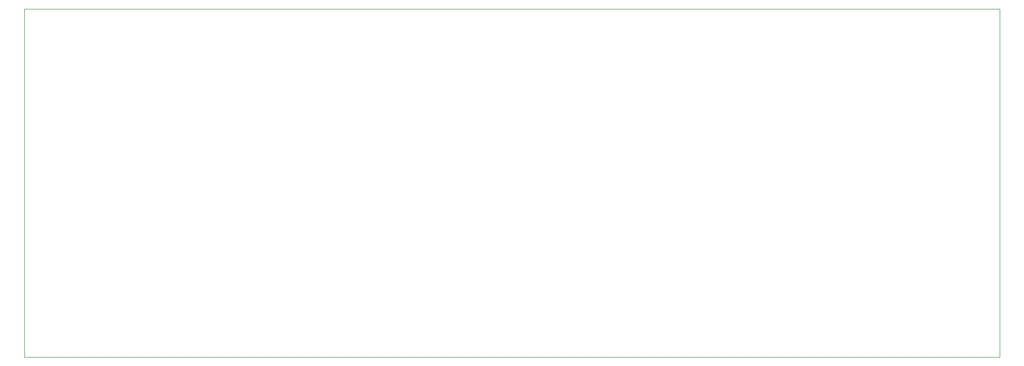
<source format=gbr>
%TF.GenerationSoftware,KiCad,Pcbnew,7.0.5*%
%TF.CreationDate,2023-12-24T17:16:59+05:30*%
%TF.ProjectId,TSALv3,5453414c-7633-42e6-9b69-6361645f7063,rev?*%
%TF.SameCoordinates,Original*%
%TF.FileFunction,Profile,NP*%
%FSLAX46Y46*%
G04 Gerber Fmt 4.6, Leading zero omitted, Abs format (unit mm)*
G04 Created by KiCad (PCBNEW 7.0.5) date 2023-12-24 17:16:59*
%MOMM*%
%LPD*%
G01*
G04 APERTURE LIST*
%TA.AperFunction,Profile*%
%ADD10C,0.050000*%
%TD*%
G04 APERTURE END LIST*
D10*
X60477400Y-29413200D02*
X226872800Y-29413200D01*
X226872800Y-88976200D01*
X60477400Y-88976200D01*
X60477400Y-29413200D01*
M02*

</source>
